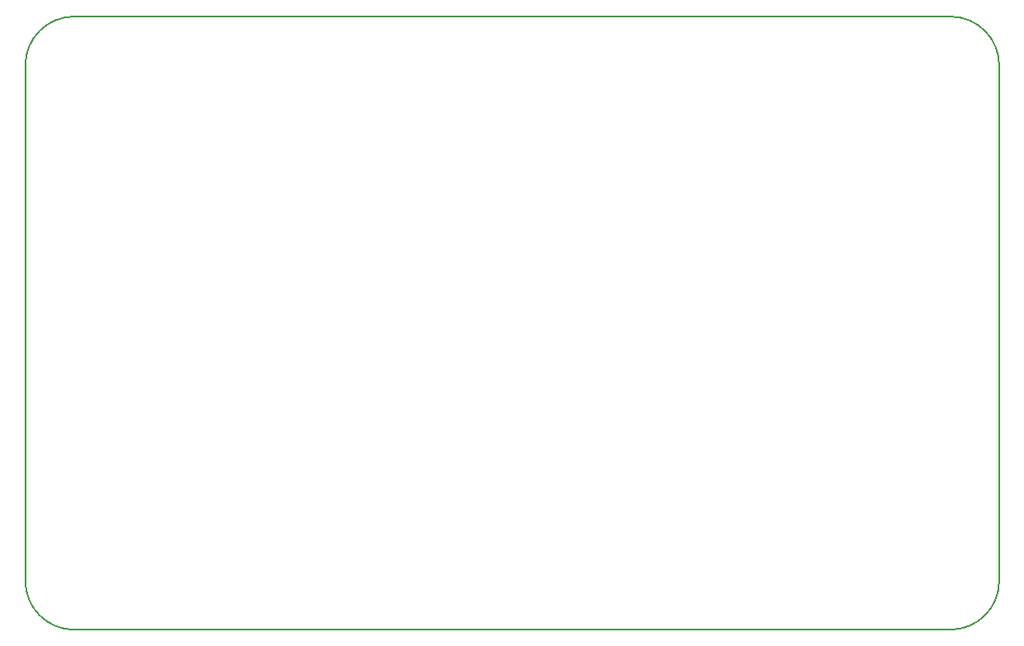
<source format=gm1>
%TF.GenerationSoftware,KiCad,Pcbnew,5.0.2+dfsg1-1*%
%TF.CreationDate,2021-08-11T18:46:01+02:00*%
%TF.ProjectId,clock_gen,636c6f63-6b5f-4676-956e-2e6b69636164,rev?*%
%TF.SameCoordinates,Original*%
%TF.FileFunction,Profile,NP*%
%FSLAX46Y46*%
G04 Gerber Fmt 4.6, Leading zero omitted, Abs format (unit mm)*
G04 Created by KiCad (PCBNEW 5.0.2+dfsg1-1) date Wed 11 Aug 2021 06:46:01 PM CEST*
%MOMM*%
%LPD*%
G01*
G04 APERTURE LIST*
%ADD10C,0.150000*%
%ADD11C,0.200000*%
G04 APERTURE END LIST*
D10*
X195969400Y-121574000D02*
G75*
G02X190969400Y-126574000I-5000000J0D01*
G01*
X100969400Y-126574000D02*
G75*
G02X95969400Y-121574000I0J5000000D01*
G01*
X190969400Y-63574000D02*
G75*
G02X195969400Y-68574000I0J-5000000D01*
G01*
X95969400Y-68574000D02*
G75*
G02X100969400Y-63574000I5000000J0D01*
G01*
D11*
X95969400Y-121574000D02*
X95969400Y-68574000D01*
X190969400Y-126574000D02*
X100969400Y-126574000D01*
X195969400Y-68574000D02*
X195969400Y-121574000D01*
X100969400Y-63574000D02*
X190969400Y-63574000D01*
M02*

</source>
